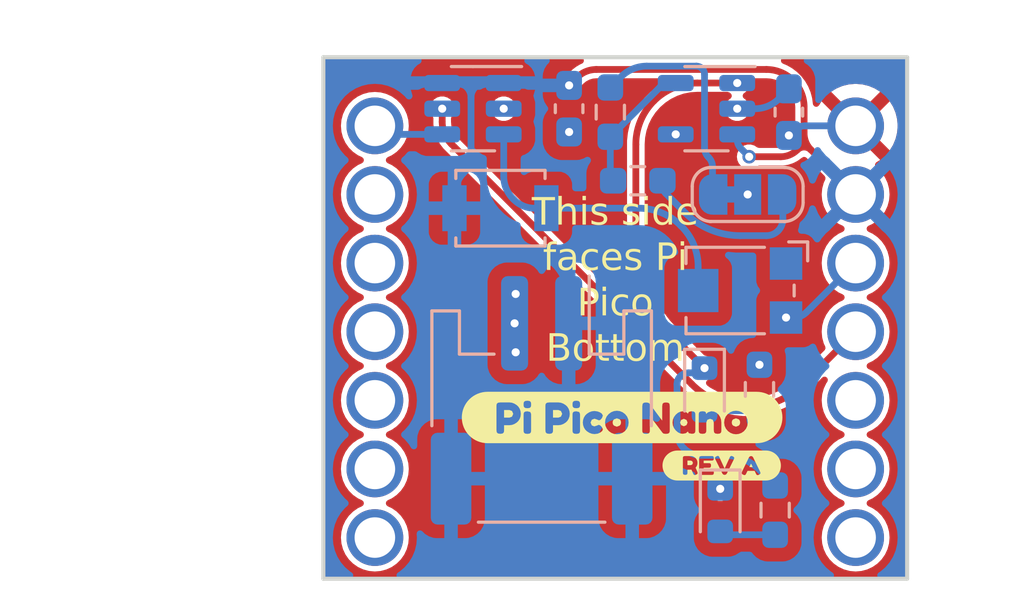
<source format=kicad_pcb>
(kicad_pcb (version 20221018) (generator pcbnew)
  (layers (0 "F.Cu" signal) (1 "In1.Cu" signal) (2 "In2.Cu" signal) (31 "B.Cu" signal) (34 "B.Paste" user) (35 "F.Paste" user) (36 "B.SilkS" user "B.Silkscreen") (37 "F.SilkS" user "F.Silkscreen") (38 "B.Mask" user) (39 "F.Mask" user) (44 "Edge.Cuts" user))
  (net 0 "")
  (net 1 "+BATT")
  (net 2 "GND")
  (net 3 "VBUS")
  (net 4 "Net-(D1-A)")
  (net 5 "Net-(D2-K)")
  (net 6 "Net-(D2-A)")
  (net 7 "Net-(JP1-B)")
  (net 8 "Net-(JP1-A)")
  (net 9 "/PROG R")
  (net 11 "Net-(SW1-A)")
  (net 12 "/TIMER ENABLE")
  (net 14 "/POWER ENABLE")
  (footprint "" (layer "F.Cu") (at 203.2 78.74)
    (fp_text reference "" (at 0 0) (layer "F.SilkS") (effects (font (size 1.27 1.27))))
    (fp_text value "" (at 0 0) (layer "F.SilkS") (effects (font (size 1.27 1.27))))
    (pad "1" thru_hole circle (at 0 0) (size 2.1 2.1) (drill 1.5) (layers "*.Cu" "*.Mask" "F.Paste"))
  )
  (footprint "Pi Pico:7305" (layer "F.Cu") (at 203.2 63.5)
    (fp_text reference "S1" hide)
    (fp_text value "Conn_01x01_Pin")
    (pad "1" thru_hole circle (at 0 0) (size 2.1 2.1) (drill 1.5) (layers "*.Cu" "*.Mask" "F.Paste") (net 12 "/TIMER ENABLE"))
  )
  (footprint "Pi Pico:7305" (layer "F.Cu") (at 220.98 66.04)
    (fp_text reference "S39" hide)
    (fp_text value "Conn_01x01_Pin")
    (pad "1" thru_hole circle (at 0 0) (size 2.1 2.1) (drill 1.5) (layers "*.Cu" "*.Mask" "F.Paste") (net 1 "+BATT"))
  )
  (footprint "Pi Pico:7305" (layer "F.Cu") (at 203.2 71.12)
    (fp_text reference "REF**" hide)
    (fp_text value "7305")
    (pad "1" thru_hole circle (at 0 0) (size 2.1 2.1) (drill 1.5) (layers "*.Cu" "*.Mask" "F.Paste"))
  )
  (footprint "" (layer "F.Cu") (at 220.98 73.66)
    (fp_text reference "" (at 0 0) (layer "F.SilkS") (effects (font (size 1.27 1.27))))
    (fp_text value "" (at 0 0) (layer "F.SilkS") (effects (font (size 1.27 1.27))))
    (pad "1" thru_hole circle (at 0 0) (size 2.1 2.1) (drill 1.5) (layers "*.Cu" "*.Mask" "F.Paste"))
  )
  (footprint "" (layer "F.Cu") (at 203.2 73.66)
    (fp_text reference "" (at 0 0) (layer "F.SilkS") (effects (font (size 1.27 1.27))))
    (fp_text value "" (at 0 0) (layer "F.SilkS") (effects (font (size 1.27 1.27))))
    (pad "1" thru_hole circle (at 0 0) (size 2.1 2.1) (drill 1.5) (layers "*.Cu" "*.Mask" "F.Paste"))
  )
  (footprint "Pi Pico:7305" (layer "F.Cu") (at 203.2 68.58)
    (fp_text reference "S3" hide)
    (fp_text value "Conn_01x01_Pin")
    (pad "1" thru_hole circle (at 0 0) (size 2.1 2.1) (drill 1.5) (layers "*.Cu" "*.Mask" "F.Paste") (net 2 "GND"))
  )
  (footprint "Pi Pico:7305" (layer "F.Cu") (at 220.98 68.58)
    (fp_text reference "S38" hide)
    (fp_text value "Conn_01x01_Pin")
    (pad "1" thru_hole circle (at 0 0) (size 2.1 2.1) (drill 1.5) (layers "*.Cu" "*.Mask" "F.Paste") (net 2 "GND"))
  )
  (footprint "kibuzzard-64F5148F" (layer "F.Cu") (at 216.027 76.073)
    (fp_text reference "kibuzzard-64F5148F" hide)
    (fp_text value "G***" hide)
    (fp_poly (pts (xy 1.085374 -0.072866) (xy 1.022509 0.057626) (xy 1.149191 0.057626) (xy 1.085374 -0.072866)) (fill solid) (layer "F.SilkS"))
    (fp_poly (pts (xy -1.267301 -0.013811) (xy -1.145381 -0.013811) (xy -1.090136 -0.034766) (xy -1.062514 -0.097631) (xy -1.090136 -0.160973) (xy -1.147286 -0.182404) (xy -1.267301 -0.182404) (xy -1.267301 -0.013811)) (fill solid) (layer "F.SilkS"))
    (fp_poly (pts (xy -1.435894 -0.555149) (xy -1.634331 -0.555149) (xy -1.688745 -0.552476) (xy -1.742635 -0.544482) (xy -1.795482 -0.531244) (xy -1.846777 -0.512891) (xy -1.896027 -0.489597) (xy -1.942755 -0.461589) (xy -1.986514 -0.429136) (xy -2.026881 -0.392549) (xy -2.063467 -0.352183) (xy -2.095921 -0.308424) (xy -2.123929 -0.261695) (xy -2.147222 -0.212446) (xy -2.165575 -0.161151) (xy -2.178813 -0.108304) (xy -2.186807 -0.054414) (xy -2.18948 0) (xy -2.186807 0.054414) (xy -2.178813 0.108304) (xy -2.165575 0.161151) (xy -2.147222 0.212446) (xy -2.123929 0.261695) (xy -2.095921 0.308424) (xy -2.063467 0.352183) (xy -2.026881 0.392549) (xy -1.986514 0.429136) (xy -1.942755 0.461589) (xy -1.896027 0.489597) (xy -1.846777 0.512891) (xy -1.795482 0.531244) (xy -1.742635 0.544482) (xy -1.688745 0.552476) (xy -1.634331 0.555149) (xy -1.435894 0.555149) (xy -0.995362 0.555149) (xy -0.995362 0.352901) (xy -1.025842 0.343853) (xy -1.043464 0.325279) (xy -1.055952 0.29808) (xy -1.080717 0.240612) (xy -1.117759 0.152876) (xy -1.147286 0.154781) (xy -1.267301 0.154781) (xy -1.267301 0.262414) (xy -1.26873 0.295275) (xy -1.277779 0.320516) (xy -1.30302 0.339804) (xy -1.352074 0.346234) (xy -1.404937 0.337423) (xy -1.430179 0.310991) (xy -1.435894 0.261461) (xy -1.435894 -0.267176) (xy -1.434465 -0.300038) (xy -1.425416 -0.325279) (xy -1.400175 -0.344567) (xy -1.351121 -0.350996) (xy -1.145381 -0.350996) (xy -1.09003 -0.344223) (xy -1.035738 -0.323903) (xy -0.982504 -0.290036) (xy -0.947737 -0.25527) (xy -0.919639 -0.210026) (xy -0.901065 -0.156686) (xy -0.894874 -0.097631) (xy -0.902811 -0.03011) (xy -0.926624 0.028945) (xy -0.966311 0.079534) (xy -0.949801 0.118586) (xy -0.928211 0.168434) (xy -0.901541 0.229076) (xy -0.887254 0.278606) (xy -0.902017 0.311944) (xy -0.946309 0.339566) (xy -0.995362 0.352901) (xy -0.995362 0.555149) (xy -0.373856 0.555149) (xy -0.373856 0.347186) (xy -0.751046 0.347186) (xy -0.80391 0.338137) (xy -0.829151 0.310991) (xy -0.834866 0.262414) (xy -0.834866 -0.267176) (xy -0.816769 -0.333375) (xy -0.748189 -0.350996) (xy -0.372904 -0.350996) (xy -0.340042 -0.349568) (xy -0.314801 -0.340519) (xy -0.295513 -0.315278) (xy -0.289084 -0.266224) (xy -0.297894 -0.21336) (xy -0.324326 -0.188119) (xy -0.373856 -0.182404) (xy -0.666274 -0.182404) (xy -0.666274 -0.086201) (xy -0.477679 -0.086201) (xy -0.444817 -0.084773) (xy -0.419576 -0.075724) (xy -0.400288 -0.050483) (xy -0.393859 -0.001429) (xy -0.402907 0.051435) (xy -0.430054 0.076676) (xy -0.479584 0.082391) (xy -0.666274 0.082391) (xy -0.666274 0.178594) (xy -0.372904 0.178594) (xy -0.340042 0.180022) (xy -0.314801 0.189071) (xy -0.295513 0.214312) (xy -0.289084 0.263366) (xy -0.297894 0.31623) (xy -0.324326 0.341471) (xy -0.373856 0.347186) (xy -0.373856 0.555149) (xy 0.112871 0.555149) (xy 0.112871 0.346234) (xy 0.103346 0.346234) (xy 0.058103 0.333375) (xy 0.026194 0.299561) (xy -0.236696 -0.233839) (xy -0.250984 -0.279559) (xy -0.236934 -0.311468) (xy -0.194786 -0.340519) (xy -0.146685 -0.356711) (xy -0.121444 -0.352901) (xy -0.105251 -0.339566) (xy -0.089535 -0.314325) (xy -0.076795 -0.287655) (xy -0.052864 -0.235268) (xy -0.022265 -0.167997) (xy 0.010478 -0.096679) (xy 0.043339 -0.02536) (xy 0.074295 0.04191) (xy 0.09775 0.09275) (xy 0.108109 0.114776) (xy 0.298609 -0.302419) (xy 0.311944 -0.330994) (xy 0.353854 -0.356711) (xy 0.410051 -0.340519) (xy 0.452199 -0.311468) (xy 0.466249 -0.279559) (xy 0.451961 -0.233839) (xy 0.189071 0.299561) (xy 0.157163 0.333375) (xy 0.112871 0.346234) (xy 0.112871 0.555149) (xy 1.32969 0.555149) (xy 1.32969 0.356711) (xy 1.29921 0.348139) (xy 1.282065 0.330041) (xy 1.267301 0.301466) (xy 1.217771 0.198596) (xy 0.953929 0.198596) (xy 0.904399 0.301466) (xy 0.889635 0.329089) (xy 0.87249 0.34671) (xy 0.84201 0.355759) (xy 0.791051 0.339566) (xy 0.749618 0.310991) (xy 0.735806 0.278606) (xy 0.751999 0.230029) (xy 1.009174 -0.302419) (xy 1.041083 -0.337661) (xy 1.086326 -0.350996) (xy 1.131094 -0.338614) (xy 1.162526 -0.301466) (xy 1.419701 0.230029) (xy 1.435894 0.278606) (xy 1.422083 0.311229) (xy 1.380649 0.340519) (xy 1.32969 0.356711) (xy 1.32969 0.555149) (xy 1.435894 0.555149) (xy 1.634331 0.555149) (xy 1.688745 0.552476) (xy 1.742635 0.544482) (xy 1.795482 0.531244) (xy 1.846777 0.512891) (xy 1.896027 0.489597) (xy 1.942755 0.461589) (xy 1.986514 0.429136) (xy 2.026881 0.392549) (xy 2.063467 0.352183) (xy 2.095921 0.308424) (xy 2.123929 0.261695) (xy 2.147222 0.212446) (xy 2.165575 0.161151) (xy 2.178813 0.108304) (xy 2.186807 0.054414) (xy 2.18948 0) (xy 2.186807 -0.054414) (xy 2.178813 -0.108304) (xy 2.165575 -0.161151) (xy 2.147222 -0.212446) (xy 2.123929 -0.261695) (xy 2.095921 -0.308424) (xy 2.063467 -0.352183) (xy 2.026881 -0.392549) (xy 1.986514 -0.429136) (xy 1.942755 -0.461589) (xy 1.896027 -0.489597) (xy 1.846777 -0.512891) (xy 1.795482 -0.531244) (xy 1.742635 -0.544482) (xy 1.688745 -0.552476) (xy 1.634331 -0.555149) (xy 1.435894 -0.555149) (xy -1.435894 -0.555149)) (fill solid) (layer "F.SilkS"))
  )
  (footprint "" (layer "F.Cu") (at 220.98 78.74)
    (fp_text reference "" (at 0 0) (layer "F.SilkS") (effects (font (size 1.27 1.27))))
    (fp_text value "" (at 0 0) (layer "F.SilkS") (effects (font (size 1.27 1.27))))
    (pad "1" thru_hole circle (at 0 0) (size 2.1 2.1) (drill 1.5) (layers "*.Cu" "*.Mask" "F.Paste"))
  )
  (footprint "kibuzzard-64F51413" (layer "F.Cu") (at 212.344 74.295)
    (fp_text reference "kibuzzard-64F51413" hide)
    (fp_text value "G***" hide)
    (fp_poly (pts (xy -4.167188 -0.276225) (xy -4.365625 -0.276225) (xy -4.365625 0.004762) (xy -4.1656 0.004762) (xy -4.071937 -0.030163) (xy -4.0259 -0.134938) (xy -4.071937 -0.240506) (xy -4.167188 -0.276225)) (fill solid) (layer "F.SilkS"))
    (fp_poly (pts (xy -2.357438 -0.276225) (xy -2.555875 -0.276225) (xy -2.555875 0.004762) (xy -2.35585 0.004762) (xy -2.262188 -0.030163) (xy -2.21615 -0.134938) (xy -2.262188 -0.240506) (xy -2.357438 -0.276225)) (fill solid) (layer "F.SilkS"))
    (fp_poly (pts (xy 2.143125 0.188912) (xy 2.1844 0.283369) (xy 2.284413 0.325437) (xy 2.382044 0.282575) (xy 2.420938 0.188119) (xy 2.383631 0.092075) (xy 2.283619 0.047625) (xy 2.182019 0.092075) (xy 2.143125 0.188912)) (fill solid) (layer "F.SilkS"))
    (fp_poly (pts (xy -0.300038 0.302419) (xy -0.19685 0.341313) (xy -0.092075 0.301625) (xy -0.052784 0.252412) (xy -0.039687 0.18415) (xy -0.051991 0.116284) (xy -0.0889 0.068262) (xy -0.195262 0.030162) (xy -0.301625 0.06985) (xy -0.338534 0.118864) (xy -0.350838 0.186531) (xy -0.338137 0.254) (xy -0.300038 0.302419)) (fill solid) (layer "F.SilkS"))
    (fp_poly (pts (xy 4.105275 0.302419) (xy 4.208463 0.341313) (xy 4.313238 0.301625) (xy 4.352528 0.252412) (xy 4.365625 0.18415) (xy 4.353322 0.116284) (xy 4.316413 0.068262) (xy 4.21005 0.030162) (xy 4.103688 0.06985) (xy 4.066778 0.118864) (xy 4.054475 0.186531) (xy 4.067175 0.254) (xy 4.105275 0.302419)) (fill solid) (layer "F.SilkS"))
    (fp_poly (pts (xy -4.646613 -0.951442) (xy -4.977342 -0.951442) (xy -5.070599 -0.94686) (xy -5.162959 -0.93316) (xy -5.253531 -0.910473) (xy -5.341443 -0.879017) (xy -5.425848 -0.839097) (xy -5.505934 -0.791095) (xy -5.58093 -0.735474) (xy -5.650113 -0.672771) (xy -5.712816 -0.603588) (xy -5.768437 -0.528593) (xy -5.816438 -0.448506) (xy -5.856359 -0.364101) (xy -5.887815 -0.276189) (xy -5.910502 -0.185617) (xy -5.924202 -0.093258) (xy -5.928783 0) (xy -5.924202 0.093258) (xy -5.910502 0.185617) (xy -5.887815 0.276189) (xy -5.856359 0.364101) (xy -5.816438 0.448506) (xy -5.768437 0.528593) (xy -5.712816 0.603588) (xy -5.650113 0.672771) (xy -5.58093 0.735474) (xy -5.505934 0.791095) (xy -5.425848 0.839097) (xy -5.341443 0.879017) (xy -5.253531 0.910473) (xy -5.162959 0.93316) (xy -5.070599 0.94686) (xy -4.977342 0.951442) (xy -4.646613 0.951442) (xy -4.506912 0.951442) (xy -4.506912 0.604837) (xy -4.595019 0.590153) (xy -4.637088 0.5461) (xy -4.646613 0.46355) (xy -4.646613 -0.417513) (xy -4.644231 -0.472281) (xy -4.62915 -0.51435) (xy -4.587081 -0.546497) (xy -4.505325 -0.557213) (xy -4.1656 -0.557213) (xy -4.073349 -0.545924) (xy -3.982861 -0.512057) (xy -3.894138 -0.455613) (xy -3.835003 -0.397669) (xy -3.787775 -0.322263) (xy -3.756819 -0.233363) (xy -3.7465 -0.134938) (xy -3.756819 -0.036711) (xy -3.787775 0.051594) (xy -3.835003 0.126405) (xy -3.894138 0.18415) (xy -3.983037 0.240594) (xy -4.074054 0.274461) (xy -4.167188 0.28575) (xy -4.365625 0.28575) (xy -4.365625 0.465138) (xy -4.368006 0.519906) (xy -4.383087 0.561975) (xy -4.425156 0.594122) (xy -4.506912 0.604837) (xy -4.506912 0.951442) (xy -3.5052 0.951442) (xy -3.5052 0.606425) (xy -3.585766 0.595709) (xy -3.627437 0.563563) (xy -3.640931 0.522288) (xy -3.643313 0.466725) (xy -3.643313 -0.090488) (xy -3.640931 -0.145256) (xy -3.627437 -0.187325) (xy -3.585369 -0.218281) (xy -3.504406 -0.2285) (xy -3.504406 -0.3429) (xy -3.584575 -0.352425) (xy -3.626644 -0.385763) (xy -3.640931 -0.427831) (xy -3.643313 -0.4826) (xy -3.640931 -0.537369) (xy -3.627437 -0.57785) (xy -3.585369 -0.609997) (xy -3.503613 -0.620713) (xy -3.423444 -0.609997) (xy -3.382963 -0.57785) (xy -3.367881 -0.535781) (xy -3.3655 -0.481013) (xy -3.367881 -0.426244) (xy -3.382169 -0.384969) (xy -3.424238 -0.352425) (xy -3.504406 -0.3429) (xy -3.504406 -0.2285) (xy -3.503613 -0.2286) (xy -3.395663 -0.201613) (xy -3.367088 -0.13335) (xy -3.3655 -0.087313) (xy -3.3655 0.468312) (xy -3.367881 0.523081) (xy -3.382963 0.56515) (xy -3.423841 0.596106) (xy -3.5052 0.606425) (xy -3.5052 0.951442) (xy -2.697162 0.951442) (xy -2.697162 0.604837) (xy -2.785269 0.590153) (xy -2.827338 0.5461) (xy -2.836863 0.46355) (xy -2.836863 -0.417513) (xy -2.834481 -0.472281) (xy -2.8194 -0.51435) (xy -2.777331 -0.546497) (xy -2.695575 -0.557213) (xy -2.35585 -0.557213) (xy -2.263599 -0.545924) (xy -2.173111 -0.512057) (xy -2.084388 -0.455613) (xy -2.025253 -0.397669) (xy -1.978025 -0.322263) (xy -1.947069 -0.233363) (xy -1.93675 -0.134938) (xy -1.947069 -0.036711) (xy -1.978025 0.051594) (xy -2.025253 0.126405) (xy -2.084388 0.18415) (xy -2.173288 0.240594) (xy -2.264304 0.274461) (xy -2.357438 0.28575) (xy -2.555875 0.28575) (xy -2.555875 0.465138) (xy -2.558256 0.519906) (xy -2.573337 0.561975) (xy -2.615406 0.594122) (xy -2.697162 0.604837) (xy -2.697162 0.951442) (xy -1.69545 0.951442) (xy -1.69545 0.606425) (xy -1.776016 0.595709) (xy -1.817688 0.563563) (xy -1.831181 0.522288) (xy -1.833563 0.466725) (xy -1.833563 -0.090488) (xy -1.831181 -0.145256) (xy -1.817688 -0.187325) (xy -1.775619 -0.218281) (xy -1.694656 -0.2285) (xy -1.694656 -0.3429) (xy -1.774825 -0.352425) (xy -1.816894 -0.385763) (xy -1.831181 -0.427831) (xy -1.833563 -0.4826) (xy -1.831181 -0.537369) (xy -1.817688 -0.57785) (xy -1.775619 -0.609997) (xy -1.693862 -0.620713) (xy -1.613694 -0.609997) (xy -1.573213 -0.57785) (xy -1.558131 -0.535781) (xy -1.55575 -0.481013) (xy -1.558131 -0.426244) (xy -1.572419 -0.384969) (xy -1.614488 -0.352425) (xy -1.694656 -0.3429) (xy -1.694656 -0.2285) (xy -1.693862 -0.2286) (xy -1.585913 -0.201613) (xy -1.557337 -0.13335) (xy -1.55575 -0.087313) (xy -1.55575 0.468312) (xy -1.558131 0.523081) (xy -1.573213 0.56515) (xy -1.614091 0.596106) (xy -1.69545 0.606425) (xy -1.69545 0.951442) (xy -1.020763 0.951442) (xy -1.020763 0.614363) (xy -1.117953 0.602544) (xy -1.212674 0.56709) (xy -1.304925 0.508) (xy -1.364059 0.448667) (xy -1.411288 0.372269) (xy -1.442244 0.282972) (xy -1.452563 0.184944) (xy -1.442244 0.087313) (xy -1.411288 -0.000794) (xy -1.364059 -0.076002) (xy -1.304925 -0.134938) (xy -1.215143 -0.193146) (xy -1.121481 -0.228071) (xy -1.023938 -0.239713) (xy -0.906463 -0.223044) (xy -0.822325 -0.1905) (xy -0.796925 -0.174625) (xy -0.752475 -0.144463) (xy -0.7112 -0.072231) (xy -0.744538 0.01905) (xy -0.800497 0.084534) (xy -0.854075 0.106362) (xy -0.9398 0.071437) (xy -1.021556 0.04445) (xy -1.120775 0.08255) (xy -1.166813 0.188119) (xy -1.122363 0.292894) (xy -1.027906 0.3302) (xy -0.934244 0.300831) (xy -0.8636 0.271462) (xy -0.810816 0.292497) (xy -0.747713 0.3556) (xy -0.7112 0.43815) (xy -0.733028 0.496491) (xy -0.798513 0.550862) (xy -0.899319 0.598488) (xy -1.020763 0.614363) (xy -1.020763 0.951442) (xy -0.195262 0.951442) (xy -0.195262 0.620713) (xy -0.29845 0.607814) (xy -0.398463 0.569119) (xy -0.489148 0.505222) (xy -0.564356 0.416719) (xy -0.614958 0.309364) (xy -0.631825 0.188912) (xy -0.617008 0.069321) (xy -0.572558 -0.035454) (xy -0.498475 -0.125413) (xy -0.405342 -0.194204) (xy -0.303742 -0.235479) (xy -0.193675 -0.249238) (xy -0.083785 -0.235567) (xy 0.017286 -0.194557) (xy 0.109538 -0.126206) (xy 0.182739 -0.036689) (xy 0.22666 0.067822) (xy 0.2413 0.187325) (xy 0.224234 0.311745) (xy 0.173037 0.421481) (xy 0.097433 0.510381) (xy 0.007144 0.572294) (xy -0.092273 0.608608) (xy -0.195262 0.620713) (xy -0.195262 0.951442) (xy 1.620838 0.951442) (xy 1.620838 0.606425) (xy 1.535113 0.5969) (xy 1.495425 0.566737) (xy 1.383153 0.41716) (xy 1.284464 0.285926) (xy 1.199356 0.173037) (xy 1.127831 0.078493) (xy 1.069887 0.002293) (xy 1.025525 -0.055563) (xy 1.025525 0.466725) (xy 1.023144 0.522288) (xy 1.008063 0.563563) (xy 0.965994 0.595709) (xy 0.884238 0.606425) (xy 0.804863 0.595709) (xy 0.763588 0.563563) (xy 0.748506 0.5207) (xy 0.746125 0.465138) (xy 0.746125 -0.420688) (xy 0.761206 -0.508794) (xy 0.80645 -0.5461) (xy 0.884238 -0.555625) (xy 0.959644 -0.546894) (xy 0.998538 -0.52705) (xy 1.03505 -0.485775) (xy 1.140531 -0.342503) (xy 1.233664 -0.216429) (xy 1.31445 -0.107553) (xy 1.382889 -0.015875) (xy 1.438981 0.058605) (xy 1.482725 0.115887) (xy 1.482725 -0.420688) (xy 1.497806 -0.508794) (xy 1.54305 -0.5461) (xy 1.618456 -0.555625) (xy 1.691481 -0.547688) (xy 1.732756 -0.528638) (xy 1.7526 -0.4953) (xy 1.762125 -0.414338) (xy 1.762125 0.466725) (xy 1.759744 0.522288) (xy 1.744663 0.563563) (xy 1.702594 0.595709) (xy 1.620838 0.606425) (xy 1.620838 0.951442) (xy 2.583656 0.951442) (xy 2.583656 0.60325) (xy 2.467769 0.581819) (xy 2.433638 0.519113) (xy 2.355255 0.582216) (xy 2.237581 0.60325) (xy 2.14824 0.589315) (xy 2.063309 0.547511) (xy 1.982788 0.477838) (xy 1.917524 0.389731) (xy 1.878365 0.292629) (xy 1.865313 0.186531) (xy 1.878453 0.080522) (xy 1.917876 -0.016316) (xy 1.983581 -0.103981) (xy 2.064985 -0.173214) (xy 2.151503 -0.214753) (xy 2.243138 -0.2286) (xy 2.341563 -0.20955) (xy 2.403475 -0.173831) (xy 2.43205 -0.141288) (xy 2.468166 -0.207963) (xy 2.557463 -0.230188) (xy 2.649538 -0.220663) (xy 2.691606 -0.187325) (xy 2.705894 -0.145256) (xy 2.708275 -0.090488) (xy 2.708275 0.465138) (xy 2.705894 0.519906) (xy 2.6924 0.561975) (xy 2.654102 0.592931) (xy 2.583656 0.60325) (xy 2.583656 0.951442) (xy 3.5306 0.951442) (xy 3.5306 0.604837) (xy 3.4417 0.590153) (xy 3.400425 0.5461) (xy 3.3909 0.465138) (xy 3.3909 0.185738) (xy 3.353594 0.084137) (xy 3.253581 0.047625) (xy 3.151981 0.085725) (xy 3.113088 0.185738) (xy 3.113088 0.466725) (xy 3.110706 0.521494) (xy 3.095625 0.561975) (xy 3.054747 0.594122) (xy 2.973388 0.604837) (xy 2.892822 0.594122) (xy 2.85115 0.561975) (xy 2.837656 0.519906) (xy 2.835275 0.465138) (xy 2.835275 -0.096838) (xy 2.837656 -0.150019) (xy 2.852738 -0.1905) (xy 2.894409 -0.220266) (xy 2.974975 -0.230188) (xy 3.053159 -0.221059) (xy 3.094038 -0.193675) (xy 3.109913 -0.128588) (xy 3.138488 -0.160338) (xy 3.18135 -0.193675) (xy 3.300413 -0.230188) (xy 3.400337 -0.216694) (xy 3.488443 -0.176213) (xy 3.564731 -0.108744) (xy 3.623381 -0.021872) (xy 3.65857 0.076817) (xy 3.6703 0.187325) (xy 3.6703 0.466725) (xy 3.667919 0.521494) (xy 3.654425 0.561975) (xy 3.612356 0.594122) (xy 3.5306 0.604837) (xy 3.5306 0.951442) (xy 4.21005 0.951442) (xy 4.21005 0.620713) (xy 4.106863 0.607814) (xy 4.00685 0.569119) (xy 3.916164 0.505222) (xy 3.840956 0.416719) (xy 3.790355 0.309364) (xy 3.773488 0.188912) (xy 3.788304 0.069321) (xy 3.832754 -0.035454) (xy 3.906838 -0.125413) (xy 3.999971 -0.194204) (xy 4.101571 -0.235479) (xy 4.211638 -0.249238) (xy 4.321528 -0.235567) (xy 4.422599 -0.194557) (xy 4.51485 -0.126206) (xy 4.588051 -0.036689) (xy 4.631972 0.067822) (xy 4.646613 0.187325) (xy 4.629547 0.311745) (xy 4.57835 0.421481) (xy 4.502745 0.510381) (xy 4.412456 0.572294) (xy 4.313039 0.608608) (xy 4.21005 0.620713) (xy 4.21005 0.951442) (xy 4.646613 0.951442) (xy 4.977342 0.951442) (xy 5.070599 0.94686) (xy 5.162959 0.93316) (xy 5.253531 0.910473) (xy 5.341443 0.879017) (xy 5.425848 0.839097) (xy 5.505934 0.791095) (xy 5.58093 0.735474) (xy 5.650113 0.672771) (xy 5.712816 0.603588) (xy 5.768437 0.528593) (xy 5.816438 0.448506) (xy 5.856359 0.364101) (xy 5.887815 0.276189) (xy 5.910502 0.185617) (xy 5.924202 0.093258) (xy 5.928783 0) (xy 5.924202 -0.093258) (xy 5.910502 -0.185617) (xy 5.887815 -0.276189) (xy 5.856359 -0.364101) (xy 5.816438 -0.448506) (xy 5.768437 -0.528593) (xy 5.712816 -0.603588) (xy 5.650113 -0.672771) (xy 5.58093 -0.735474) (xy 5.505934 -0.791095) (xy 5.425848 -0.839097) (xy 5.341443 -0.879017) (xy 5.253531 -0.910473) (xy 5.162959 -0.93316) (xy 5.070599 -0.94686) (xy 4.977342 -0.951442) (xy 4.646613 -0.951442) (xy -4.646613 -0.951442)) (fill solid) (layer "F.SilkS"))
  )
  (footprint "Pi Pico:7305" (layer "F.Cu") (at 220.98 63.5)
    (fp_text reference "S40" hide)
    (fp_text value "Conn_01x01_Pin" hide)
    (pad "1" thru_hole circle (at 0 0) (size 2.1 2.1) (drill 1.5) (layers "*.Cu" "*.Mask" "F.Paste") (net 3 "VBUS"))
  )
  (footprint "Pi Pico:7305" (layer "F.Cu") (at 203.2 66.04)
    (fp_text reference "S2" hide)
    (fp_text value "Conn_01x01_Pin")
    (pad "1" thru_hole circle (at 0 0) (size 2.1 2.1) (drill 1.5) (layers "*.Cu" "*.Mask" "F.Paste"))
  )
  (footprint "Pi Pico:7305" (layer "F.Cu") (at 220.98 71.12)
    (fp_text reference "S37" hide)
    (fp_text value "Conn_01x01_Pin")
    (pad "1" thru_hole circle (at 0 0) (size 2.1 2.1) (drill 1.5) (layers "*.Cu" "*.Mask" "F.Paste") (net 14 "/POWER ENABLE"))
  )
  (footprint "" (layer "F.Cu") (at 203.2 76.2)
    (fp_text reference "" (at 0 0) (layer "F.SilkS") (effects (font (size 1.27 1.27))))
    (fp_text value "" (at 0 0) (layer "F.SilkS") (effects (font (size 1.27 1.27))))
    (pad "1" thru_hole circle (at 0 0) (size 2.1 2.1) (drill 1.5) (layers "*.Cu" "*.Mask" "F.Paste"))
  )
  (footprint "" (layer "F.Cu") (at 220.98 76.2)
    (fp_text reference "" (at 0 0) (layer "F.SilkS") (effects (font (size 1.27 1.27))))
    (fp_text value "" (at 0 0) (layer "F.SilkS") (effects (font (size 1.27 1.27))))
    (pad "1" thru_hole circle (at 0 0) (size 2.1 2.1) (drill 1.5) (layers "*.Cu" "*.Mask" "F.Paste"))
  )
  (footprint "Jumper:SolderJumper-3_P1.3mm_Bridged12_RoundedPad1.0x1.5mm_NumberLabels" (layer "B.Cu") (at 216.987808 66.04)
    (fp_text reference "JP1" hide)
    (fp_text value "SolderJumper_3_Bridged12")
    (fp_poly (pts (xy -0.9 0.3) (xy -0.4 0.3) (xy -0.4 -0.3) (xy -0.9 -0.3)) (fill solid) (layer "B.Cu"))
    (fp_line (start -2.05 -0.3) (end -2.05 0.3) (stroke (width 0.12)) (layer "B.SilkS"))
    (fp_line (start -1.4 1) (end 1.4 1) (stroke (width 0.12)) (layer "B.SilkS"))
    (fp_line (start 1.4 -1) (end -1.4 -1) (stroke (width 0.12)) (layer "B.SilkS"))
    (fp_line (start 2.05 0.3) (end 2.05 -0.3) (stroke (width 0.12)) (layer "B.SilkS"))
    (fp_arc (start -2.05 -0.3) (mid -1.844975 -0.794975) (end -1.35 -1) (stroke (width 0.12)) (layer "B.SilkS"))
    (fp_arc (start -1.35 1) (mid -1.844975 0.794975) (end -2.05 0.3) (stroke (width 0.12)) (layer "B.SilkS"))
    (fp_arc (start 1.35 -1) (mid 1.844975 -0.794975) (end 2.05 -0.3) (stroke (width 0.12)) (layer "B.SilkS"))
    (fp_arc (start 2.05 0.3) (mid 1.844975 0.794975) (end 1.35 1) (stroke (width 0.12)) (layer "B.SilkS"))
    (pad "1" smd custom (at -1.3 0) (size 1 0.5) (layers "B.Cu" "B.Mask") (net 8 "Net-(JP1-A)") (options (clearance outline) (anchor rect)) (primitives (gr_poly (pts (xy 0.55 0.75) (xy 0 0.75) (xy 0 -0.75) (xy 0.55 -0.75)) (width 0) (fill yes)) (gr_circle (center 0 -0.25) (end 0.5 -0.25) (width 0) (fill yes)) (gr_circle (center 0 0.25) (end 0.5 0.25) (width 0) (fill yes))))
    (pad "2" smd rect (at 0 0) (size 1 1.5) (layers "B.Cu" "B.Mask") (net 2 "GND"))
    (pad "3" smd custom (at 1.3 0) (size 1 0.5) (layers "B.Cu" "B.Mask") (net 7 "Net-(JP1-B)") (options (clearance outline) (anchor rect)) (primitives (gr_circle (center 0 -0.25) (end 0.5 -0.25) (width 0) (fill yes)) (gr_circle (center 0 0.25) (end 0.5 0.25) (width 0) (fill yes)) (gr_poly (pts (xy -0.55 0.75) (xy 0 0.75) (xy 0 -0.75) (xy -0.55 -0.75)) (width 0) (fill yes))))
  )
  (footprint "Package_TO_SOT_SMD:SOT-23-6" (layer "B.Cu") (at 206.827808 62.865 180)
    (fp_text reference "U3" hide)
    (fp_text value "TPL5111")
    (fp_line (start 0 -1.56) (end -0.8 -1.56) (stroke (width 0.12)) (layer "B.SilkS"))
    (fp_line (start 0 -1.56) (end 0.8 -1.56) (stroke (width 0.12)) (layer "B.SilkS"))
    (fp_line (start 0 1.56) (end -1.8 1.56) (stroke (width 0.12)) (layer "B.SilkS"))
    (fp_line (start 0 1.56) (end 0.8 1.56) (stroke (width 0.12)) (layer "B.SilkS"))
    (pad "1" smd roundrect (at -1.1375 0.95 180) (size 1.325 0.6) (layers "B.Cu" "B.Paste" "B.Mask") (net 1 "+BATT"))
    (pad "2" smd roundrect (at -1.1375 0 180) (size 1.325 0.6) (layers "B.Cu" "B.Paste" "B.Mask") (net 2 "GND"))
    (pad "3" smd roundrect (at -1.1375 -0.95 180) (size 1.325 0.6) (layers "B.Cu" "B.Paste" "B.Mask") (net 11 "Net-(SW1-A)"))
    (pad "4" smd roundrect (at 1.1375 -0.95 180) (size 1.325 0.6) (layers "B.Cu" "B.Paste" "B.Mask") (net 12 "/TIMER ENABLE"))
    (pad "5" smd roundrect (at 1.1375 0 180) (size 1.325 0.6) (layers "B.Cu" "B.Paste" "B.Mask") (net 14 "/POWER ENABLE"))
    (pad "6" smd roundrect (at 1.1375 0.95 180) (size 1.325 0.6) (layers "B.Cu" "B.Paste" "B.Mask") (net 1 "+BATT"))
  )
  (footprint "Resistor_SMD:R_0603_1608Metric_Pad0.98x0.95mm_HandSolder" (layer "B.Cu") (at 211.907808 62.992 90)
    (fp_text reference "R3" hide)
    (fp_text value "Val 1")
    (fp_line (start -0.254724 -0.5225) (end 0.254724 -0.5225) (stroke (width 0.12)) (layer "B.SilkS"))
    (fp_line (start -0.254724 0.5225) (end 0.254724 0.5225) (stroke (width 0.12)) (layer "B.SilkS"))
    (pad "1" smd roundrect (at -0.9125 0 90) (size 0.975 0.95) (layers "B.Cu" "B.Paste" "B.Mask") (net 9 "/PROG R"))
    (pad "2" smd roundrect (at 0.9125 0 90) (size 0.975 0.95) (layers "B.Cu" "B.Paste" "B.Mask") (net 8 "Net-(JP1-A)"))
  )
  (footprint "Potentiometer_SMD:Potentiometer_Bourns_TC33X_Vertical" (layer "B.Cu") (at 216.606808 69.596 180)
    (fp_text reference "RV1" hide)
    (fp_text value "200k")
    (fp_line (start -2.6 1.8) (end -2.6 1.1) (stroke (width 0.12)) (layer "B.SilkS"))
    (fp_line (start -2.1 0.2) (end -2.1 -0.2) (stroke (width 0.12)) (layer "B.SilkS"))
    (fp_line (start -1.9 1.8) (end -2.6 1.8) (stroke (width 0.12)) (layer "B.SilkS"))
    (fp_line (start -1 -1.6) (end 1.9 -1.6) (stroke (width 0.12)) (layer "B.SilkS"))
    (fp_line (start -1 1.6) (end 1.9 1.6) (stroke (width 0.12)) (layer "B.SilkS"))
    (fp_line (start 1.9 -1.6) (end 1.9 -1) (stroke (width 0.12)) (layer "B.SilkS"))
    (fp_line (start 1.9 1.6) (end 1.9 1) (stroke (width 0.12)) (layer "B.SilkS"))
    (pad "1" smd rect (at -1.8 1 180) (size 1.2 1.2) (layers "B.Cu" "B.Paste" "B.Mask"))
    (pad "2" smd rect (at 1.45 0 180) (size 1.5 1.6) (layers "B.Cu" "B.Paste" "B.Mask") (net 11 "Net-(SW1-A)"))
    (pad "3" smd rect (at -1.8 -1 180) (size 1.2 1.2) (layers "B.Cu" "B.Paste" "B.Mask") (net 2 "GND"))
  )
  (footprint "Resistor_SMD:R_0603_1608Metric_Pad0.98x0.95mm_HandSolder" (layer "B.Cu") (at 217.424 73.2555 -90)
    (fp_text reference "R2" hide)
    (fp_text value "1k")
    (fp_line (start -0.254724 -0.5225) (end 0.254724 -0.5225) (stroke (width 0.12)) (layer "B.SilkS"))
    (fp_line (start -0.254724 0.5225) (end 0.254724 0.5225) (stroke (width 0.12)) (layer "B.SilkS"))
    (pad "1" smd roundrect (at -0.9125 0 270) (size 0.975 0.95) (layers "B.Cu" "B.Paste" "B.Mask") (net 3 "VBUS"))
    (pad "2" smd roundrect (at 0.9125 0 270) (size 0.975 0.95) (layers "B.Cu" "B.Paste" "B.Mask") (net 6 "Net-(D2-A)"))
  )
  (footprint "LED_SMD:LED_0603_1608Metric" (layer "B.Cu") (at 215.392 73.2555 -90)
    (fp_text reference "D2" hide)
    (fp_text value "Red")
    (fp_line (start -1.485 -0.735) (end 0.8 -0.735) (stroke (width 0.12)) (layer "B.SilkS"))
    (fp_line (start -1.485 0.735) (end -1.485 -0.735) (stroke (width 0.12)) (layer "B.SilkS"))
    (fp_line (start 0.8 0.735) (end -1.485 0.735) (stroke (width 0.12)) (layer "B.SilkS"))
    (pad "1" smd roundrect (at -0.7875 0 270) (size 0.875 0.95) (layers "B.Cu" "B.Paste" "B.Mask") (net 5 "Net-(D2-K)"))
    (pad "2" smd roundrect (at 0.7875 0 270) (size 0.875 0.95) (layers "B.Cu" "B.Paste" "B.Mask") (net 6 "Net-(D2-A)"))
  )
  (footprint "Connector_JST:JST_PH_S2B-PH-SM4-TB_1x02-1MP_P2.00mm_Horizontal" (layer "B.Cu") (at 209.367808 73.66 180)
    (fp_text reference "J1" hide)
    (fp_text value "Conn_01x02_Pin")
    (fp_line (start -4.06 -0.94) (end -4.06 3.31) (stroke (width 0.12)) (layer "B.SilkS"))
    (fp_line (start -4.06 3.31) (end -3.04 3.31) (stroke (width 0.12)) (layer "B.SilkS"))
    (fp_line (start -3.04 1.71) (end -1.76 1.71) (stroke (width 0.12)) (layer "B.SilkS"))
    (fp_line (start -3.04 3.31) (end -3.04 1.71) (stroke (width 0.12)) (layer "B.SilkS"))
    (fp_line (start -2.34 -4.51) (end 2.34 -4.51) (stroke (width 0.12)) (layer "B.SilkS"))
    (fp_line (start -1.76 1.71) (end -1.76 4.6) (stroke (width 0.12)) (layer "B.SilkS"))
    (fp_line (start 3.04 1.71) (end 1.76 1.71) (stroke (width 0.12)) (layer "B.SilkS"))
    (fp_line (start 3.04 3.31) (end 3.04 1.71) (stroke (width 0.12)) (layer "B.SilkS"))
    (fp_line (start 4.06 -0.94) (end 4.06 3.31) (stroke (width 0.12)) (layer "B.SilkS"))
    (fp_line (start 4.06 3.31) (end 3.04 3.31) (stroke (width 0.12)) (layer "B.SilkS"))
    (pad "1" smd roundrect (at -1 2.85 180) (size 1 3.5) (layers "B.Cu" "B.Paste" "B.Mask") (net 1 "+BATT"))
    (pad "2" smd roundrect (at 1 2.85 180) (size 1 3.5) (layers "B.Cu" "B.Paste" "B.Mask") (net 2 "GND"))
    (pad "MP" smd roundrect (at -3.35 -2.9 180) (size 1.5 3.4) (layers "B.Cu" "B.Paste" "B.Mask") (roundrect_rratio 0.166667) (net 1 "+BATT"))
    (pad "MP" smd roundrect (at 3.35 -2.9 180) (size 1.5 3.4) (layers "B.Cu" "B.Paste" "B.Mask") (roundrect_rratio 0.166667) (net 1 "+BATT"))
  )
  (footprint "Package_TO_SOT_SMD:SOT-23-5" (layer "B.Cu") (at 215.463808 62.865 180)
    (fp_text reference "U2" hide)
    (fp_text value "MCP73831-2-OT" hide)
    (fp_line (start 0 -1.56) (end -0.8 -1.56) (stroke (width 0.12)) (layer "B.SilkS"))
    (fp_line (start 0 -1.56) (end 0.8 -1.56) (stroke (width 0.12)) (layer "B.SilkS"))
    (fp_line (start 0 1.56) (end -1.8 1.56) (stroke (width 0.12)) (layer "B.SilkS"))
    (fp_line (start 0 1.56) (end 0.8 1.56) (stroke (width 0.12)) (layer "B.SilkS"))
    (pad "1" smd roundrect (at -1.1375 0.95 180) (size 1.325 0.6) (layers "B.Cu" "B.Paste" "B.Mask") (net 5 "Net-(D2-K)"))
    (pad "2" smd roundrect (at -1.1375 0 180) (size 1.325 0.6) (layers "B.Cu" "B.Paste" "B.Mask") (net 2 "GND"))
    (pad "3" smd roundrect (at -1.1375 -0.95 180) (size 1.325 0.6) (layers "B.Cu" "B.Paste" "B.Mask") (net 1 "+BATT"))
    (pad "4" smd roundrect (at 1.1375 -0.95 180) (size 1.325 0.6) (layers "B.Cu" "B.Paste" "B.Mask") (net 3 "VBUS"))
    (pad "5" smd roundrect (at 1.1375 0.95 180) (size 1.325 0.6) (layers "B.Cu" "B.Paste" "B.Mask") (net 9 "/PROG R"))
  )
  (footprint "Capacitor_SMD:C_0603_1608Metric_Pad1.08x0.95mm_HandSolder" (layer "B.Cu") (at 210.383808 62.865 -90)
    (fp_text reference "C1" hide)
    (fp_text value "4.7uF")
    (fp_line (start -0.146267 -0.51) (end 0.146267 -0.51) (stroke (width 0.12)) (layer "B.SilkS"))
    (fp_line (start -0.146267 0.51) (end 0.146267 0.51) (stroke (width 0.12)) (layer "B.SilkS"))
    (pad "1" smd roundrect (at -0.8625 0 270) (size 1.075 0.95) (layers "B.Cu" "B.Paste" "B.Mask") (net 1 "+BATT"))
    (pad "2" smd roundrect (at 0.8625 0 270) (size 1.075 0.95) (layers "B.Cu" "B.Paste" "B.Mask") (net 2 "GND"))
  )
  (footprint "Resistor_SMD:R_0603_1608Metric_Pad0.98x0.95mm_HandSolder" (layer "B.Cu") (at 218.003808 77.724 -90)
    (fp_text reference "R1" hide)
    (fp_text value "1k")
    (fp_line (start -0.254724 -0.5225) (end 0.254724 -0.5225) (stroke (width 0.12)) (layer "B.SilkS"))
    (fp_line (start -0.254724 0.5225) (end 0.254724 0.5225) (stroke (width 0.12)) (layer "B.SilkS"))
    (pad "1" smd roundrect (at -0.9125 0 270) (size 0.975 0.95) (layers "B.Cu" "B.Paste" "B.Mask") (net 5 "Net-(D2-K)"))
    (pad "2" smd roundrect (at 0.9125 0 270) (size 0.975 0.95) (layers "B.Cu" "B.Paste" "B.Mask") (net 4 "Net-(D1-A)"))
  )
  (footprint "Capacitor_SMD:C_0603_1608Metric_Pad1.08x0.95mm_HandSolder" (layer "B.Cu") (at 218.511808 62.992 -90)
    (fp_text reference "C2" hide)
    (fp_text value "4.7uF")
    (fp_line (start -0.146267 -0.51) (end 0.146267 -0.51) (stroke (width 0.12)) (layer "B.SilkS"))
    (fp_line (start -0.146267 0.51) (end 0.146267 0.51) (stroke (width 0.12)) (layer "B.SilkS"))
    (pad "1" smd roundrect (at -0.8625 0 270) (size 1.075 0.95) (layers "B.Cu" "B.Paste" "B.Mask") (net 2 "GND"))
    (pad "2" smd roundrect (at 0.8625 0 270) (size 1.075 0.95) (layers "B.Cu" "B.Paste" "B.Mask") (net 3 "VBUS"))
  )
  (footprint "LED_SMD:LED_0603_1608Metric" (layer "B.Cu") (at 215.971808 77.724 -90)
    (fp_text reference "D1" hide)
    (fp_text value "Green")
    (fp_line (start -1.485 -0.735) (end 0.8 -0.735) (stroke (width 0.12)) (layer "B.SilkS"))
    (fp_line (start -1.485 0.735) (end -1.485 -0.735) (stroke (width 0.12)) (layer "B.SilkS"))
    (fp_line (start 0.8 0.735) (end -1.485 0.735) (stroke (width 0.12)) (layer "B.SilkS"))
    (pad "1" smd roundrect (at -0.7875 0 270) (size 0.875 0.95) (layers "B.Cu" "B.Paste" "B.Mask") (net 2 "GND"))
    (pad "2" smd roundrect (at 0.7875 0 270) (size 0.875 0.95) (layers "B.Cu" "B.Paste" "B.Mask") (net 4 "Net-(D1-A)"))
  )
  (footprint "Button_Switch_SMD:SW_SPST_B3U-1000P" (layer "B.Cu") (at 207.843808 66.548 180)
    (fp_text reference "SW1" hide)
    (fp_text value "SW_SPST")
    (fp_line (start -1.65 -1.4) (end 1.65 -1.4) (stroke (width 0.12)) (layer "B.SilkS"))
    (fp_line (start -1.65 -1.1) (end -1.65 -1.4) (stroke (width 0.12)) (layer "B.SilkS"))
    (fp_line (start -1.65 1.1) (end -1.65 1.4) (stroke (width 0.12)) (layer "B.SilkS"))
    (fp_line (start -1.65 1.4) (end 1.65 1.4) (stroke (width 0.12)) (layer "B.SilkS"))
    (fp_line (start 1.65 -1.4) (end 1.65 -1.1) (stroke (width 0.12)) (layer "B.SilkS"))
    (fp_line (start 1.65 1.4) (end 1.65 1.1) (stroke (width 0.12)) (layer "B.SilkS"))
    (pad "1" smd rect (at -1.7 0 180) (size 0.9 1.7) (layers "B.Cu" "B.Paste" "B.Mask") (net 11 "Net-(SW1-A)"))
    (pad "2" smd rect (at 1.7 0 180) (size 0.9 1.7) (layers "B.Cu" "B.Paste" "B.Mask") (net 1 "+BATT"))
  )
  (footprint "Resistor_SMD:R_0603_1608Metric_Pad0.98x0.95mm_HandSolder" (layer "B.Cu") (at 212.923808 65.532)
    (fp_text reference "R4" hide)
    (fp_text value "Val 2")
    (fp_line (start -0.254724 -0.5225) (end 0.254724 -0.5225) (stroke (width 0.12)) (layer "B.SilkS"))
    (fp_line (start -0.254724 0.5225) (end 0.254724 0.5225) (stroke (width 0.12)) (layer "B.SilkS"))
    (pad "1" smd roundrect (at -0.9125 0) (size 0.975 0.95) (layers "B.Cu" "B.Paste" "B.Mask") (net 9 "/PROG R"))
    (pad "2" smd roundrect (at 0.9125 0) (size 0.975 0.95) (layers "B.Cu" "B.Paste" "B.Mask") (net 7 "Net-(JP1-B)"))
  )
  (gr_line (start 222.885 80.264) (end 222.885 60.96) (stroke (width 0.15)) (layer "Edge.Cuts"))
  (gr_line (start 201.295 80.264) (end 201.295 60.96) (stroke (width 0.15)) (layer "Edge.Cuts"))
  (gr_line (start 201.295 80.264) (end 222.885 80.264) (stroke (width 0.15)) (layer "Edge.Cuts"))
  (gr_line (start 201.295 60.96) (end 222.885 60.96) (stroke (width 0.15)) (layer "Edge.Cuts"))
  (gr_text_box "This side faces Pi Pico Bottom" (start 207.2005 65.405) (end 216.9795 72.009) (layer "F.SilkS") (effects (font (size 1 1)) (justify top)))
  (segment (start 218.207789 64.643) (end 217.043 64.643) (width 0.25) (layer "F.Cu") (net 1))
  (segment (start 211.390147 61.413) (end 217.680293 61.413) (width 0.25) (layer "F.Cu") (net 1))
  (segment (start 219.329 64.389) (end 220.98 66.04) (width 0.25) (layer "F.Cu") (net 1))
  (segment (start 210.383808 62.0025) (end 210.678558 61.70775) (width 0.25) (layer "F.Cu") (net 1))
  (segment (start 219.075 62.807706) (end 219.075 63.775789) (width 0.25) (layer "F.Cu") (net 1))
  (via (at 217.043 64.643) (size 0.5) (drill 0.3) (layers "F.Cu" "B.Cu") (net 1))
  (via (at 210.383808 62.0025) (size 0.5) (drill 0.3) (layers "F.Cu" "B.Cu") (net 1))
  (arc (start 218.6665 61.8215) (mid 218.214024 61.519165) (end 217.680293 61.413) (width 0.25) (layer "F.Cu") (net 1))
  (arc (start 218.821 64.389) (mid 219.008987 64.107656) (end 219.075 63.775789) (width 0.25) (layer "F.Cu") (net 1))
  (arc (start 219.075 63.775789) (mid 219.141012 64.107656) (end 219.329 64.389) (width 0.25) (layer "F.Cu") (net 1))
  (arc (start 211.390147 61.413) (mid 211.005037 61.489603) (end 210.678558 61.70775) (width 0.25) (layer "F.Cu") (net 1))
  (arc (start 219.329 64.389) (mid 219.075 64.283789) (end 218.821 64.389) (width 0.25) (layer "F.Cu") (net 1))
  (arc (start 218.821 64.389) (mid 218.539656 64.576987) (end 218.207789 64.643) (width 0.25) (layer "F.Cu") (net 1))
  (arc (start 218.6665 61.8215) (mid 218.968834 62.273975) (end 219.075 62.807706) (width 0.25) (layer "F.Cu") (net 1))
  (segment (start 206.143808 66.584837) (end 206.143808 67.894133) (width 0.25) (layer "B.Cu") (net 1))
  (segment (start 210.369911 61.998411) (end 210.420424 61.982025) (width 0.25) (layer "B.Cu") (net 1))
  (segment (start 216.601308 64.008154) (end 216.601308 63.815) (width 0.25) (layer "B.Cu") (net 1))
  (segment (start 207.288846 61.915) (end 207.903436 61.915) (width 0.25) (layer "B.Cu") (net 1))
  (segment (start 217.043 64.643) (end 216.737888 64.337888) (width 0.25) (layer "B.Cu") (net 1))
  (segment (start 206.223154 61.915) (end 207.288846 61.915) (width 0.25) (layer "B.Cu") (net 1))
  (segment (start 210.390779 62.0025) (end 208.114679 62.0025) (width 0.25) (layer "B.Cu") (net 1))
  (segment (start 206.321674 68.072) (end 208.538117 68.072) (width 0.25) (layer "B.Cu") (net 1))
  (segment (start 210.370558 62.0025) (end 210.383808 62.0025) (width 0.25) (layer "B.Cu") (net 1))
  (segment (start 206.195904 66.459066) (end 206.195904 65.928047) (width 0.25) (layer "B.Cu") (net 1))
  (segment (start 206.223154 61.915) (end 205.690308 61.915) (width 0.25) (layer "B.Cu") (net 1))
  (segment (start 206.756 64.575856) (end 206.756 62.447846) (width 0.25) (layer "B.Cu") (net 1))
  (segment (start 210.367808 69.90169) (end 210.367808 70.81) (width 0.25) (layer "B.Cu") (net 1))
  (arc (start 206.756 62.447846) (mid 206.599933 62.071066) (end 206.223154 61.915) (width 0.25) (layer "B.Cu") (net 1))
  (arc (start 206.169856 66.521952) (mid 206.150577 66.550803) (end 206.143808 66.584837) (width 0.25) (layer "B.Cu") (net 1))
  (arc (start 210.424654 61.98925) (mid 210.425444 61.983936) (end 210.420424 61.982025) (width 0.25) (layer "B.Cu") (net 1))
  (arc (start 210.369911 61.998411) (mid 210.368488 62.000731) (end 210.370558 62.0025) (width 0.25) (layer "B.Cu") (net 1))
  (arc (start 216.601308 64.008154) (mid 216.636803 64.186604) (end 216.737888 64.337888) (width 0.25) (layer "B.Cu") (net 1))
  (arc (start 207.288846 61.915) (mid 206.912066 62.071066) (end 206.756 62.447846) (width 0.25) (layer "B.Cu") (net 1))
  (arc (start 209.831904 68.607904) (mid 210.228531 69.201498) (end 210.367808 69.90169) (width 0.25) (layer "B.Cu") (net 1))
  (arc (start 210.424654 61.98925) (mid 210.408966 61.999069) (end 210.390779 62.0025) (width 0.25) (layer "B.Cu") (net 1))
  (arc (start 206.475952 65.251952) (mid 206.268686 65.562147) (end 206.195904 65.928047) (width 0.25) (layer "B.Cu") (net 1))
  (arc (start 209.831904 68.607904) (mid 209.238309 68.211276) (end 208.538117 68.072) (width 0.25) (layer "B.Cu") (net 1))
  (arc (start 206.195904 66.459066) (mid 206.189134 66.493099) (end 206.169856 66.521952) (width 0.25) (layer "B.Cu") (net 1))
  (arc (start 208.009058 61.95875) (mid 207.960598 61.92637) (end 207.903436 61.915) (width 0.25) (layer "B.Cu") (net 1))
  (arc (start 206.756 64.575856) (mid 206.683217 64.941756) (end 206.475952 65.251952) (width 0.25) (layer "B.Cu") (net 1))
  (arc (start 206.195904 68.019904) (mid 206.253607 68.05846) (end 206.321674 68.072) (width 0.25) (layer "B.Cu") (net 1))
  (arc (start 206.143808 67.894133) (mid 206.157347 67.962199) (end 206.195904 68.019904) (width 0.25) (layer "B.Cu") (net 1))
  (arc (start 208.009058 61.95875) (mid 208.057517 61.991129) (end 208.114679 62.0025) (width 0.25) (layer "B.Cu") (net 1))
  (via (at 216.987808 66.04) (size 0.5) (drill 0.3) (layers "F.Cu" "B.Cu") (net 2))
  (via (at 208.367808 70.81) (size 0.5) (drill 0.3) (layers "F.Cu" "B.Cu") (net 2))
  (via (at 218.406808 70.596) (size 0.5) (drill 0.3) (layers "F.Cu" "B.Cu") (net 2))
  (via (at 208.407 69.723) (size 0.5) (drill 0.3) (layers "F.Cu" "B.Cu") (net 2))
  (via (at 210.383808 63.7275) (size 0.5) (drill 0.3) (layers "F.Cu" "B.Cu") (net 2))
  (via (at 208.407 71.882) (size 0.5) (drill 0.3) (layers "F.Cu" "B.Cu") (net 2))
  (via (at 207.965308 62.865) (size 0.5) (drill 0.3) (layers "F.Cu" "B.Cu") (net 2))
  (via (at 216.601308 62.865) (size 0.5) (drill 0.3) (layers "F.Cu" "B.Cu") (net 2))
  (via (at 215.971808 76.9365) (size 0.5) (drill 0.3) (layers "F.Cu" "B.Cu") (net 2))
  (segment (start 219.160997 70.399002) (end 220.98 68.58) (width 0.25) (layer "B.Cu") (net 2))
  (segment (start 218.685404 70.596) (end 218.406808 70.596) (width 0.25) (layer "B.Cu") (net 2))
  (segment (start 218.144058 62.49725) (end 218.511808 62.1295) (width 0.25) (layer "B.Cu") (net 2))
  (segment (start 217.25623 62.865) (end 216.601308 62.865) (width 0.25) (layer "B.Cu") (net 2))
  (arc (start 219.160997 70.399002) (mid 218.942793 70.544801) (end 218.685404 70.596) (width 0.25) (layer "B.Cu") (net 2))
  (arc (start 218.144058 62.49725) (mid 217.736719 62.769424) (end 217.25623 62.865) (width 0.25) (layer "B.Cu") (net 2))
  (segment (start 218.511808 63.8545) (end 218.398058 63.74075) (width 0.25) (layer "F.Cu") (net 3))
  (segment (start 214.647244 63.627) (end 218.123441 63.627) (width 0.25) (layer "F.Cu") (net 3))
  (segment (start 214.420308 63.721) (end 214.326308 63.815) (width 0.25) (layer "F.Cu") (net 3))
  (via (at 214.326308 63.815) (size 0.5) (drill 0.3) (layers "F.Cu" "B.Cu") (net 3))
  (via (at 218.511808 63.8545) (size 0.5) (drill 0.3) (layers "F.Cu" "B.Cu") (net 3))
  (via (at 217.424 72.343) (size 0.5) (drill 0.3) (layers "F.Cu" "B.Cu") (net 3))
  (arc (start 218.398058 63.74075) (mid 218.272062 63.656562) (end 218.123441 63.627) (width 0.25) (layer "F.Cu") (net 3))
  (arc (start 214.647244 63.627) (mid 214.524427 63.651429) (end 214.420308 63.721) (width 0.25) (layer "F.Cu") (net 3))
  (segment (start 218.504046 63.881) (end 218.567 63.881) (width 0.25) (layer "B.Cu") (net 3))
  (segment (start 218.511808 63.8545) (end 218.689058 63.67725) (width 0.25) (layer "B.Cu") (net 3))
  (segment (start 218.511808 63.8545) (end 218.498558 63.86775) (width 0.25) (layer "B.Cu") (net 3))
  (segment (start 219.116977 63.5) (end 220.98 63.5) (width 0.25) (layer "B.Cu") (net 3))
  (arc (start 219.116977 63.5) (mid 218.885388 63.546065) (end 218.689058 63.67725) (width 0.25) (layer "B.Cu") (net 3))
  (arc (start 218.498558 63.86775) (mid 218.496875 63.876208) (end 218.504046 63.881) (width 0.25) (layer "B.Cu") (net 3))
  (segment (start 216.185196 78.6365) (end 218.003808 78.6365) (width 0.25) (layer "B.Cu") (net 4))
  (segment (start 216.034308 78.574) (end 215.971808 78.5115) (width 0.25) (layer "B.Cu") (net 4))
  (arc (start 216.034308 78.574) (mid 216.103536 78.620256) (end 216.185196 78.6365) (width 0.25) (layer "B.Cu") (net 4))
  (segment (start 212.852 68.131948) (end 212.852 64.187159) (width 0.25) (layer "F.Cu") (net 5))
  (segment (start 215.124159 61.915) (end 216.601308 61.915) (width 0.25) (layer "F.Cu") (net 5))
  (segment (start 214.122 71.198) (end 215.392 72.468) (width 0.25) (layer "F.Cu") (net 5))
  (via (at 215.392 72.468) (size 0.5) (drill 0.3) (layers "F.Cu" "B.Cu") (net 5))
  (via (at 216.601308 61.915) (size 0.5) (drill 0.3) (layers "F.Cu" "B.Cu") (net 5))
  (arc (start 212.852 68.131948) (mid 213.182062 69.791283) (end 214.122 71.198) (width 0.25) (layer "F.Cu") (net 5))
  (arc (start 213.5175 62.5805) (mid 213.024957 63.317641) (end 212.852 64.187159) (width 0.25) (layer "F.Cu") (net 5))
  (arc (start 215.124159 61.915) (mid 214.254641 62.087957) (end 213.5175 62.5805) (width 0.25) (layer "F.Cu") (net 5))
  (segment (start 216.092701 75.692) (end 215.24321 75.692) (width 0.25) (layer "B.Cu") (net 5))
  (segment (start 215.392 72.4925) (end 215.392 72.468) (width 0.25) (layer "B.Cu") (net 5))
  (segment (start 215.279499 72.580499) (end 215.325675 72.534324) (width 0.25) (layer "B.Cu") (net 5))
  (segment (start 214.376 73.064) (end 214.376 74.824789) (width 0.25) (layer "B.Cu") (net 5))
  (segment (start 215.126197 72.644) (end 214.796 72.644) (width 0.25) (layer "B.Cu") (net 5))
  (segment (start 217.444058 76.25175) (end 218.003808 76.8115) (width 0.25) (layer "B.Cu") (net 5))
  (segment (start 215.392 72.468) (end 215.392 72.468) (width 0.25) (layer "B.Cu") (net 5))
  (arc (start 215.279499 72.580499) (mid 215.209163 72.627496) (end 215.126197 72.644) (width 0.25) (layer "B.Cu") (net 5))
  (arc (start 214.796 72.644) (mid 214.499015 72.767015) (end 214.376 73.064) (width 0.25) (layer "B.Cu") (net 5))
  (arc (start 214.63 75.438) (mid 214.911343 75.625987) (end 215.24321 75.692) (width 0.25) (layer "B.Cu") (net 5))
  (arc (start 215.392 72.4925) (mid 215.384824 72.509824) (end 215.3675 72.517) (width 0.25) (layer "B.Cu") (net 5))
  (arc (start 214.376 74.824789) (mid 214.442012 75.156656) (end 214.63 75.438) (width 0.25) (layer "B.Cu") (net 5))
  (arc (start 215.3675 72.517) (mid 215.344864 72.521502) (end 215.325675 72.534324) (width 0.25) (layer "B.Cu") (net 5))
  (arc (start 217.444058 76.25175) (mid 216.82405 75.837474) (end 216.092701 75.692) (width 0.25) (layer "B.Cu") (net 5))
  (segment (start 217.3615 74.1055) (end 217.424 74.168) (width 0.25) (layer "B.Cu") (net 6))
  (segment (start 217.210611 74.043) (end 215.392 74.043) (width 0.25) (layer "B.Cu") (net 6))
  (arc (start 217.3615 74.1055) (mid 217.292271 74.059243) (end 217.210611 74.043) (width 0.25) (layer "B.Cu") (net 6))
  (segment (start 213.836308 65.705956) (end 213.836308 65.532) (width 0.25) (layer "B.Cu") (net 7))
  (segment (start 218.287808 66.956597) (end 218.287808 66.04) (width 0.25) (layer "B.Cu") (net 7))
  (segment (start 213.959313 66.002917) (end 214.678352 66.721956) (width 0.25) (layer "B.Cu") (net 7))
  (segment (start 217.680405 67.564) (end 216.711226 67.564) (width 0.25) (layer "B.Cu") (net 7))
  (arc (start 213.836308 65.705956) (mid 213.868275 65.86667) (end 213.959313 66.002917) (width 0.25) (layer "B.Cu") (net 7))
  (arc (start 218.287808 66.956597) (mid 218.241572 67.18904) (end 218.109904 67.386096) (width 0.25) (layer "B.Cu") (net 7))
  (arc (start 218.109904 67.386096) (mid 217.912848 67.517764) (end 217.680405 67.564) (width 0.25) (layer "B.Cu") (net 7))
  (arc (start 214.678352 66.721956) (mid 215.611042 67.345159) (end 216.711226 67.564) (width 0.25) (layer "B.Cu") (net 7))
  (segment (start 212.302558 61.68475) (end 211.907808 62.0795) (width 0.25) (layer "B.Cu") (net 8))
  (segment (start 215.392 61.593865) (end 215.392 64.306832) (width 0.25) (layer "B.Cu") (net 8))
  (segment (start 213.255568 61.29) (end 215.088134 61.29) (width 0.25) (layer "B.Cu") (net 8))
  (segment (start 215.687808 65.020975) (end 215.687808 66.04) (width 0.25) (layer "B.Cu") (net 8))
  (arc (start 213.255568 61.29) (mid 212.739802 61.392592) (end 212.302558 61.68475) (width 0.25) (layer "B.Cu") (net 8))
  (arc (start 215.539904 64.663904) (mid 215.649369 64.827729) (end 215.687808 65.020975) (width 0.25) (layer "B.Cu") (net 8))
  (arc (start 215.303 61.379) (mid 215.204418 61.31313) (end 215.088134 61.29) (width 0.25) (layer "B.Cu") (net 8))
  (arc (start 215.392 64.306832) (mid 215.430438 64.500078) (end 215.539904 64.663904) (width 0.25) (layer "B.Cu") (net 8))
  (arc (start 215.303 61.379) (mid 215.368869 61.47758) (end 215.392 61.593865) (width 0.25) (layer "B.Cu") (net 8))
  (segment (start 211.907808 63.9045) (end 211.907808 65.355314) (width 0.25) (layer "B.Cu") (net 9))
  (segment (start 214.111808 61.915) (end 214.326308 61.915) (width 0.25) (layer "B.Cu") (net 9))
  (segment (start 211.959558 65.48025) (end 212.011308 65.532) (width 0.25) (layer "B.Cu") (net 9))
  (segment (start 213.745633 62.066674) (end 211.907808 63.9045) (width 0.25) (layer "B.Cu") (net 9))
  (arc (start 211.907808 65.355314) (mid 211.921257 65.422928) (end 211.959558 65.48025) (width 0.25) (layer "B.Cu") (net 9))
  (arc (start 214.111808 61.915) (mid 213.913635 61.954418) (end 213.745633 62.066674) (width 0.25) (layer "B.Cu") (net 9))
  (segment (start 209.985212 66.548) (end 212.956675 66.548) (width 0.25) (layer "B.Cu") (net 11))
  (segment (start 207.965308 65.360379) (end 207.965308 63.815) (width 0.25) (layer "B.Cu") (net 11))
  (segment (start 214.534839 67.214839) (end 214.512404 67.192404) (width 0.25) (layer "B.Cu") (net 11))
  (segment (start 208.313154 66.200154) (end 208.34888 66.23588) (width 0.25) (layer "B.Cu") (net 11))
  (segment (start 209.985212 66.548) (end 209.102404 66.548) (width 0.25) (layer "B.Cu") (net 11))
  (segment (start 215.156808 68.716404) (end 215.156808 69.596) (width 0.25) (layer "B.Cu") (net 11))
  (arc (start 208.34888 66.23588) (mid 208.694599 66.466882) (end 209.102404 66.548) (width 0.25) (layer "B.Cu") (net 11))
  (arc (start 214.512404 67.192404) (mid 213.798629 66.715475) (end 212.956675 66.548) (width 0.25) (layer "B.Cu") (net 11))
  (arc (start 214.534839 67.214839) (mid 214.995163 67.903763) (end 215.156808 68.716404) (width 0.25) (layer "B.Cu") (net 11))
  (arc (start 207.965308 65.360379) (mid 208.05571 65.814862) (end 208.313154 66.200154) (width 0.25) (layer "B.Cu") (net 11))
  (segment (start 203.3575 63.6575) (end 203.2 63.5) (width 0.25) (layer "B.Cu") (net 12))
  (segment (start 203.737738 63.815) (end 205.690308 63.815) (width 0.25) (layer "B.Cu") (net 12))
  (arc (start 203.3575 63.6575) (mid 203.531954 63.774067) (end 203.737738 63.815) (width 0.25) (layer "B.Cu") (net 12))
  (segment (start 214.919875 73.060875) (end 206.031949 64.172949) (width 0.25) (layer "F.Cu") (net 14))
  (segment (start 219.039124 73.060875) (end 220.98 71.12) (width 0.25) (layer "F.Cu") (net 14))
  (segment (start 205.690308 62.865) (end 205.690308 63.348154) (width 0.25) (layer "F.Cu") (net 14))
  (via (at 205.690308 62.865) (size 0.5) (drill 0.3) (layers "F.Cu" "B.Cu") (net 14))
  (arc (start 219.039124 73.060875) (mid 218.09416 73.69228) (end 216.9795 73.914) (width 0.25) (layer "F.Cu") (net 14))
  (arc (start 205.690308 63.348154) (mid 205.779097 63.794529) (end 206.031949 64.172949) (width 0.25) (layer "F.Cu") (net 14))
  (arc (start 214.919875 73.060875) (mid 215.864839 73.69228) (end 216.9795 73.914) (width 0.25) (layer "F.Cu") (net 14))
  (zone (net 3) (net_name "VBUS") (layer "F.Cu") (connect_pads (clearance 0.2)) (min_thickness 0.25) (fill yes (thermal_gap 0.5) (thermal_bridge_width 0.5))
    (polygon (pts (xy 200.66 60.452) (xy 223.52 60.452) (xy 223.52 80.772) (xy 200.66 80.772)))
  )
  (zone (net 1) (net_name "+BATT") (layer "B.Cu") (connect_pads (clearance 0.5)) (min_thickness 0.25) (fill yes (thermal_gap 0.5) (thermal_bridge_width 0.5))
    (polygon (pts (xy 200.66 60.452) (xy 223.52 60.452) (xy 223.52 80.772) (xy 200.66 80.772)))
  )
)
</source>
